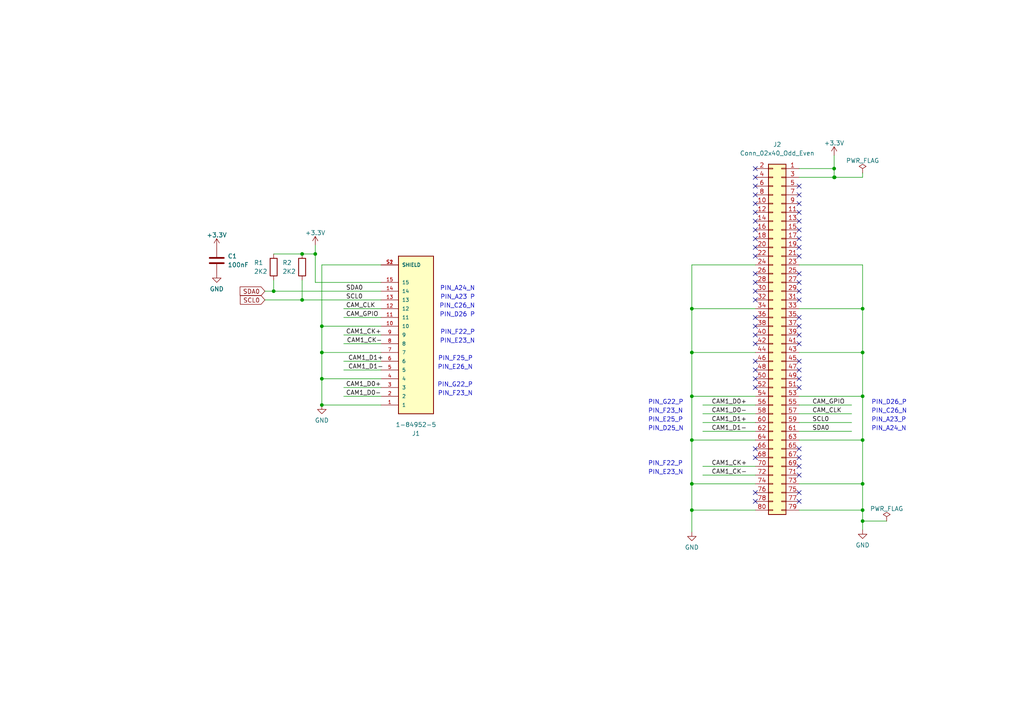
<source format=kicad_sch>
(kicad_sch (version 20211123) (generator eeschema)
  (paper "A4")
  (lib_symbols
    (symbol "Connector_Generic:Conn_02x40_Odd_Even" (pin_names (offset 1.016) hide)
      (property "Reference" "J" (at 1.27 50.8 0))
      (property "Value" "Conn_02x40_Odd_Even" (at 1.27 -53.34 0))
      (symbol "Conn_02x40_Odd_Even_1_1"
        (rectangle (start -1.27 -50.673) (end 0 -50.927) (stroke (width 0.1524)))
        (rectangle (start -1.27 -48.133) (end 0 -48.387) (stroke (width 0.1524)))
        (rectangle (start -1.27 -45.593) (end 0 -45.847) (stroke (width 0.1524)))
        (rectangle (start -1.27 -43.053) (end 0 -43.307) (stroke (width 0.1524)))
        (rectangle (start -1.27 -40.513) (end 0 -40.767) (stroke (width 0.1524)))
        (rectangle (start -1.27 -37.973) (end 0 -38.227) (stroke (width 0.1524)))
        (rectangle (start -1.27 -35.433) (end 0 -35.687) (stroke (width 0.1524)))
        (rectangle (start -1.27 -32.893) (end 0 -33.147) (stroke (width 0.1524)))
        (rectangle (start -1.27 -30.353) (end 0 -30.607) (stroke (width 0.1524)))
        (rectangle (start -1.27 -27.813) (end 0 -28.067) (stroke (width 0.1524)))
        (rectangle (start -1.27 -25.273) (end 0 -25.527) (stroke (width 0.1524)))
        (rectangle (start -1.27 -22.733) (end 0 -22.987) (stroke (width 0.1524)))
        (rectangle (start -1.27 -20.193) (end 0 -20.447) (stroke (width 0.1524)))
        (rectangle (start -1.27 -17.653) (end 0 -17.907) (stroke (width 0.1524)))
        (rectangle (start -1.27 -15.113) (end 0 -15.367) (stroke (width 0.1524)))
        (rectangle (start -1.27 -12.573) (end 0 -12.827) (stroke (width 0.1524)))
        (rectangle (start -1.27 -10.033) (end 0 -10.287) (stroke (width 0.1524)))
        (rectangle (start -1.27 -7.493) (end 0 -7.747) (stroke (width 0.1524)))
        (rectangle (start -1.27 -4.953) (end 0 -5.207) (stroke (width 0.1524)))
        (rectangle (start -1.27 -2.413) (end 0 -2.667) (stroke (width 0.1524)))
        (rectangle (start -1.27 0.127) (end 0 -0.127) (stroke (width 0.1524)))
        (rectangle (start -1.27 2.667) (end 0 2.413) (stroke (width 0.1524)))
        (rectangle (start -1.27 5.207) (end 0 4.953) (stroke (width 0.1524)))
        (rectangle (start -1.27 7.747) (end 0 7.493) (stroke (width 0.1524)))
        (rectangle (start -1.27 10.287) (end 0 10.033) (stroke (width 0.1524)))
        (rectangle (start -1.27 12.827) (end 0 12.573) (stroke (width 0.1524)))
        (rectangle (start -1.27 15.367) (end 0 15.113) (stroke (width 0.1524)))
        (rectangle (start -1.27 17.907) (end 0 17.653) (stroke (width 0.1524)))
        (rectangle (start -1.27 20.447) (end 0 20.193) (stroke (width 0.1524)))
        (rectangle (start -1.27 22.987) (end 0 22.733) (stroke (width 0.1524)))
        (rectangle (start -1.27 25.527) (end 0 25.273) (stroke (width 0.1524)))
        (rectangle (start -1.27 28.067) (end 0 27.813) (stroke (width 0.1524)))
        (rectangle (start -1.27 30.607) (end 0 30.353) (stroke (width 0.1524)))
        (rectangle (start -1.27 33.147) (end 0 32.893) (stroke (width 0.1524)))
        (rectangle (start -1.27 35.687) (end 0 35.433) (stroke (width 0.1524)))
        (rectangle (start -1.27 38.227) (end 0 37.973) (stroke (width 0.1524)))
        (rectangle (start -1.27 40.767) (end 0 40.513) (stroke (width 0.1524)))
        (rectangle (start -1.27 43.307) (end 0 43.053) (stroke (width 0.1524)))
        (rectangle (start -1.27 45.847) (end 0 45.593) (stroke (width 0.1524)))
        (rectangle (start -1.27 48.387) (end 0 48.133) (stroke (width 0.1524)))
        (rectangle (start -1.27 49.53) (end 3.81 -52.07) (stroke (width 0.254)) (fill (type background)))
        (rectangle (start 3.81 -50.673) (end 2.54 -50.927) (stroke (width 0.1524)))
        (rectangle (start 3.81 -48.133) (end 2.54 -48.387) (stroke (width 0.1524)))
        (rectangle (start 3.81 -45.593) (end 2.54 -45.847) (stroke (width 0.1524)))
        (rectangle (start 3.81 -43.053) (end 2.54 -43.307) (stroke (width 0.1524)))
        (rectangle (start 3.81 -40.513) (end 2.54 -40.767) (stroke (width 0.1524)))
        (rectangle (start 3.81 -37.973) (end 2.54 -38.227) (stroke (width 0.1524)))
        (rectangle (start 3.81 -35.433) (end 2.54 -35.687) (stroke (width 0.1524)))
        (rectangle (start 3.81 -32.893) (end 2.54 -33.147) (stroke (width 0.1524)))
        (rectangle (start 3.81 -30.353) (end 2.54 -30.607) (stroke (width 0.1524)))
        (rectangle (start 3.81 -27.813) (end 2.54 -28.067) (stroke (width 0.1524)))
        (rectangle (start 3.81 -25.273) (end 2.54 -25.527) (stroke (width 0.1524)))
        (rectangle (start 3.81 -22.733) (end 2.54 -22.987) (stroke (width 0.1524)))
        (rectangle (start 3.81 -20.193) (end 2.54 -20.447) (stroke (width 0.1524)))
        (rectangle (start 3.81 -17.653) (end 2.54 -17.907) (stroke (width 0.1524)))
        (rectangle (start 3.81 -15.113) (end 2.54 -15.367) (stroke (width 0.1524)))
        (rectangle (start 3.81 -12.573) (end 2.54 -12.827) (stroke (width 0.1524)))
        (rectangle (start 3.81 -10.033) (end 2.54 -10.287) (stroke (width 0.1524)))
        (rectangle (start 3.81 -7.493) (end 2.54 -7.747) (stroke (width 0.1524)))
        (rectangle (start 3.81 -4.953) (end 2.54 -5.207) (stroke (width 0.1524)))
        (rectangle (start 3.81 -2.413) (end 2.54 -2.667) (stroke (width 0.1524)))
        (rectangle (start 3.81 0.127) (end 2.54 -0.127) (stroke (width 0.1524)))
        (rectangle (start 3.81 2.667) (end 2.54 2.413) (stroke (width 0.1524)))
        (rectangle (start 3.81 5.207) (end 2.54 4.953) (stroke (width 0.1524)))
        (rectangle (start 3.81 7.747) (end 2.54 7.493) (stroke (width 0.1524)))
        (rectangle (start 3.81 10.287) (end 2.54 10.033) (stroke (width 0.1524)))
        (rectangle (start 3.81 12.827) (end 2.54 12.573) (stroke (width 0.1524)))
        (rectangle (start 3.81 15.367) (end 2.54 15.113) (stroke (width 0.1524)))
        (rectangle (start 3.81 17.907) (end 2.54 17.653) (stroke (width 0.1524)))
        (rectangle (start 3.81 20.447) (end 2.54 20.193) (stroke (width 0.1524)))
        (rectangle (start 3.81 22.987) (end 2.54 22.733) (stroke (width 0.1524)))
        (rectangle (start 3.81 25.527) (end 2.54 25.273) (stroke (width 0.1524)))
        (rectangle (start 3.81 28.067) (end 2.54 27.813) (stroke (width 0.1524)))
        (rectangle (start 3.81 30.607) (end 2.54 30.353) (stroke (width 0.1524)))
        (rectangle (start 3.81 33.147) (end 2.54 32.893) (stroke (width 0.1524)))
        (rectangle (start 3.81 35.687) (end 2.54 35.433) (stroke (width 0.1524)))
        (rectangle (start 3.81 38.227) (end 2.54 37.973) (stroke (width 0.1524)))
        (rectangle (start 3.81 40.767) (end 2.54 40.513) (stroke (width 0.1524)))
        (rectangle (start 3.81 43.307) (end 2.54 43.053) (stroke (width 0.1524)))
        (rectangle (start 3.81 45.847) (end 2.54 45.593) (stroke (width 0.1524)))
        (rectangle (start 3.81 48.387) (end 2.54 48.133) (stroke (width 0.1524)))
        (pin passive line (at -5.08 48.26 0) (length 3.81) (name "Pin_1") (number "1"))
        (pin passive line (at 7.62 38.1 180) (length 3.81) (name "Pin_10") (number "10"))
        (pin passive line (at -5.08 35.56 0) (length 3.81) (name "Pin_11") (number "11"))
        (pin passive line (at 7.62 35.56 180) (length 3.81) (name "Pin_12") (number "12"))
        (pin passive line (at -5.08 33.02 0) (length 3.81) (name "Pin_13") (number "13"))
        (pin passive line (at 7.62 33.02 180) (length 3.81) (name "Pin_14") (number "14"))
        (pin passive line (at -5.08 30.48 0) (length 3.81) (name "Pin_15") (number "15"))
        (pin passive line (at 7.62 30.48 180) (length 3.81) (name "Pin_16") (number "16"))
        (pin passive line (at -5.08 27.94 0) (length 3.81) (name "Pin_17") (number "17"))
        (pin passive line (at 7.62 27.94 180) (length 3.81) (name "Pin_18") (number "18"))
        (pin passive line (at -5.08 25.4 0) (length 3.81) (name "Pin_19") (number "19"))
        (pin passive line (at 7.62 48.26 180) (length 3.81) (name "Pin_2") (number "2"))
        (pin passive line (at 7.62 25.4 180) (length 3.81) (name "Pin_20") (number "20"))
        (pin passive line (at -5.08 22.86 0) (length 3.81) (name "Pin_21") (number "21"))
        (pin passive line (at 7.62 22.86 180) (length 3.81) (name "Pin_22") (number "22"))
        (pin passive line (at -5.08 20.32 0) (length 3.81) (name "Pin_23") (number "23"))
        (pin passive line (at 7.62 20.32 180) (length 3.81) (name "Pin_24") (number "24"))
        (pin passive line (at -5.08 17.78 0) (length 3.81) (name "Pin_25") (number "25"))
        (pin passive line (at 7.62 17.78 180) (length 3.81) (name "Pin_26") (number "26"))
        (pin passive line (at -5.08 15.24 0) (length 3.81) (name "Pin_27") (number "27"))
        (pin passive line (at 7.62 15.24 180) (length 3.81) (name "Pin_28") (number "28"))
        (pin passive line (at -5.08 12.7 0) (length 3.81) (name "Pin_29") (number "29"))
        (pin passive line (at -5.08 45.72 0) (length 3.81) (name "Pin_3") (number "3"))
        (pin passive line (at 7.62 12.7 180) (length 3.81) (name "Pin_30") (number "30"))
        (pin passive line (at -5.08 10.16 0) (length 3.81) (name "Pin_31") (number "31"))
        (pin passive line (at 7.62 10.16 180) (length 3.81) (name "Pin_32") (number "32"))
        (pin passive line (at -5.08 7.62 0) (length 3.81) (name "Pin_33") (number "33"))
        (pin passive line (at 7.62 7.62 180) (length 3.81) (name "Pin_34") (number "34"))
        (pin passive line (at -5.08 5.08 0) (length 3.81) (name "Pin_35") (number "35"))
        (pin passive line (at 7.62 5.08 180) (length 3.81) (name "Pin_36") (number "36"))
        (pin passive line (at -5.08 2.54 0) (length 3.81) (name "Pin_37") (number "37"))
        (pin passive line (at 7.62 2.54 180) (length 3.81) (name "Pin_38") (number "38"))
        (pin passive line (at -5.08 0 0) (length 3.81) (name "Pin_39") (number "39"))
        (pin passive line (at 7.62 45.72 180) (length 3.81) (name "Pin_4") (number "4"))
        (pin passive line (at 7.62 0 180) (length 3.81) (name "Pin_40") (number "40"))
        (pin passive line (at -5.08 -2.54 0) (length 3.81) (name "Pin_41") (number "41"))
        (pin passive line (at 7.62 -2.54 180) (length 3.81) (name "Pin_42") (number "42"))
        (pin passive line (at -5.08 -5.08 0) (length 3.81) (name "Pin_43") (number "43"))
        (pin passive line (at 7.62 -5.08 180) (length 3.81) (name "Pin_44") (number "44"))
        (pin passive line (at -5.08 -7.62 0) (length 3.81) (name "Pin_45") (number "45"))
        (pin passive line (at 7.62 -7.62 180) (length 3.81) (name "Pin_46") (number "46"))
        (pin passive line (at -5.08 -10.16 0) (length 3.81) (name "Pin_47") (number "47"))
        (pin passive line (at 7.62 -10.16 180) (length 3.81) (name "Pin_48") (number "48"))
        (pin passive line (at -5.08 -12.7 0) (length 3.81) (name "Pin_49") (number "49"))
        (pin passive line (at -5.08 43.18 0) (length 3.81) (name "Pin_5") (number "5"))
        (pin passive line (at 7.62 -12.7 180) (length 3.81) (name "Pin_50") (number "50"))
        (pin passive line (at -5.08 -15.24 0) (length 3.81) (name "Pin_51") (number "51"))
        (pin passive line (at 7.62 -15.24 180) (length 3.81) (name "Pin_52") (number "52"))
        (pin passive line (at -5.08 -17.78 0) (length 3.81) (name "Pin_53") (number "53"))
        (pin passive line (at 7.62 -17.78 180) (length 3.81) (name "Pin_54") (number "54"))
        (pin passive line (at -5.08 -20.32 0) (length 3.81) (name "Pin_55") (number "55"))
        (pin passive line (at 7.62 -20.32 180) (length 3.81) (name "Pin_56") (number "56"))
        (pin passive line (at -5.08 -22.86 0) (length 3.81) (name "Pin_57") (number "57"))
        (pin passive line (at 7.62 -22.86 180) (length 3.81) (name "Pin_58") (number "58"))
        (pin passive line (at -5.08 -25.4 0) (length 3.81) (name "Pin_59") (number "59"))
        (pin passive line (at 7.62 43.18 180) (length 3.81) (name "Pin_6") (number "6"))
        (pin passive line (at 7.62 -25.4 180) (length 3.81) (name "Pin_60") (number "60"))
        (pin passive line (at -5.08 -27.94 0) (length 3.81) (name "Pin_61") (number "61"))
        (pin passive line (at 7.62 -27.94 180) (length 3.81) (name "Pin_62") (number "62"))
        (pin passive line (at -5.08 -30.48 0) (length 3.81) (name "Pin_63") (number "63"))
        (pin passive line (at 7.62 -30.48 180) (length 3.81) (name "Pin_64") (number "64"))
        (pin passive line (at -5.08 -33.02 0) (length 3.81) (name "Pin_65") (number "65"))
        (pin passive line (at 7.62 -33.02 180) (length 3.81) (name "Pin_66") (number "66"))
        (pin passive line (at -5.08 -35.56 0) (length 3.81) (name "Pin_67") (number "67"))
        (pin passive line (at 7.62 -35.56 180) (length 3.81) (name "Pin_68") (number "68"))
        (pin passive line (at -5.08 -38.1 0) (length 3.81) (name "Pin_69") (number "69"))
        (pin passive line (at -5.08 40.64 0) (length 3.81) (name "Pin_7") (number "7"))
        (pin passive line (at 7.62 -38.1 180) (length 3.81) (name "Pin_70") (number "70"))
        (pin passive line (at -5.08 -40.64 0) (length 3.81) (name "Pin_71") (number "71"))
        (pin passive line (at 7.62 -40.64 180) (length 3.81) (name "Pin_72") (number "72"))
        (pin passive line (at -5.08 -43.18 0) (length 3.81) (name "Pin_73") (number "73"))
        (pin passive line (at 7.62 -43.18 180) (length 3.81) (name "Pin_74") (number "74"))
        (pin passive line (at -5.08 -45.72 0) (length 3.81) (name "Pin_75") (number "75"))
        (pin passive line (at 7.62 -45.72 180) (length 3.81) (name "Pin_76") (number "76"))
        (pin passive line (at -5.08 -48.26 0) (length 3.81) (name "Pin_77") (number "77"))
        (pin passive line (at 7.62 -48.26 180) (length 3.81) (name "Pin_78") (number "78"))
        (pin passive line (at -5.08 -50.8 0) (length 3.81) (name "Pin_79") (number "79"))
        (pin passive line (at 7.62 40.64 180) (length 3.81) (name "Pin_8") (number "8"))
        (pin passive line (at 7.62 -50.8 180) (length 3.81) (name "Pin_80") (number "80"))
        (pin passive line (at -5.08 38.1 0) (length 3.81) (name "Pin_9") (number "9"))
      )
    )
    (symbol "Device:C" (pin_numbers hide) (pin_names (offset 0.254))
      (property "Reference" "C" (at 0.635 2.54 0))
      (property "Value" "C" (at 0.635 -2.54 0))
      (symbol "C_0_1"
        (polyline (pts (xy -2.032 -0.762) (xy 2.032 -0.762)) (stroke (width 0.508)))
        (polyline (pts (xy -2.032 0.762) (xy 2.032 0.762)) (stroke (width 0.508)))
      )
      (symbol "C_1_1"
        (pin passive line (at 0 3.81 270) (length 2.794) (name "~") (number "1"))
        (pin passive line (at 0 -3.81 90) (length 2.794) (name "~") (number "2"))
      )
    )
    (symbol "Device:R" (pin_numbers hide) (pin_names (offset 0))
      (property "Reference" "R" (at 2.032 0 90))
      (property "Value" "R" (at 0 0 90))
      (symbol "R_0_1"
        (rectangle (start -1.016 -2.54) (end 1.016 2.54) (stroke (width 0.254)))
      )
      (symbol "R_1_1"
        (pin passive line (at 0 3.81 270) (length 1.27) (name "~") (number "1"))
        (pin passive line (at 0 -3.81 90) (length 1.27) (name "~") (number "2"))
      )
    )
    (symbol "cam-adapter:1-84952-5" (pin_names (offset 1.016))
      (property "Reference" "J" (at -5.08 24.13 0))
      (property "Value" "1-84952-5" (at -5.08 -25.4 0))
      (symbol "1-84952-5_0_0"
        (rectangle (start -5.08 -22.86) (end 5.08 22.86) (stroke (width 0.254)) (fill (type background)))
        (pin passive line (at -10.16 20.32 0) (length 5.08) (name "1") (number "1"))
        (pin passive line (at -10.16 -2.54 0) (length 5.08) (name "10") (number "10"))
        (pin passive line (at -10.16 -5.08 0) (length 5.08) (name "11") (number "11"))
        (pin passive line (at -10.16 -7.62 0) (length 5.08) (name "12") (number "12"))
        (pin passive line (at -10.16 -10.16 0) (length 5.08) (name "13") (number "13"))
        (pin passive line (at -10.16 -12.7 0) (length 5.08) (name "14") (number "14"))
        (pin passive line (at -10.16 -15.24 0) (length 5.08) (name "15") (number "15"))
        (pin passive line (at -10.16 17.78 0) (length 5.08) (name "2") (number "2"))
        (pin passive line (at -10.16 15.24 0) (length 5.08) (name "3") (number "3"))
        (pin passive line (at -10.16 12.7 0) (length 5.08) (name "4") (number "4"))
        (pin passive line (at -10.16 10.16 0) (length 5.08) (name "5") (number "5"))
        (pin passive line (at -10.16 7.62 0) (length 5.08) (name "6") (number "6"))
        (pin passive line (at -10.16 5.08 0) (length 5.08) (name "7") (number "7"))
        (pin passive line (at -10.16 2.54 0) (length 5.08) (name "8") (number "8"))
        (pin passive line (at -10.16 0 0) (length 5.08) (name "9") (number "9"))
        (pin passive line (at -10.16 -20.32 0) (length 5.08) (name "SHIELD") (number "S1"))
        (pin passive line (at -10.16 -20.32 0) (length 5.08) (name "SHIELD") (number "S2"))
      )
    )
    (symbol "power:+3.3V" (power) (pin_names (offset 0))
      (property "Value" "+3.3V" (at 0 3.556 0))
      (symbol "+3.3V_0_1"
        (polyline (pts (xy -0.762 1.27) (xy 0 2.54)))
        (polyline (pts (xy 0 0) (xy 0 2.54)))
        (polyline (pts (xy 0 2.54) (xy 0.762 1.27)))
      )
      (symbol "+3.3V_1_1"
        (pin power_in line (at 0 0 90) (length 0) hide (name "+3.3V") (number "1"))
      )
    )
    (symbol "power:GND" (power) (pin_names (offset 0))
      (property "Value" "GND" (at 0 -3.81 0))
      (symbol "GND_0_1"
        (polyline (pts (xy 0 0) (xy 0 -1.27) (xy 1.27 -1.27) (xy 0 -2.54) (xy -1.27 -1.27) (xy 0 -1.27)))
      )
      (symbol "GND_1_1"
        (pin power_in line (at 0 0 270) (length 0) hide (name "GND") (number "1"))
      )
    )
    (symbol "power:PWR_FLAG" (power) (pin_numbers hide) (pin_names (offset 0) hide)
      (property "Value" "PWR_FLAG" (at 0 3.81 0))
      (symbol "PWR_FLAG_0_0"
        (pin power_out line (at 0 0 90) (length 0) (name "pwr") (number "1"))
      )
      (symbol "PWR_FLAG_0_1"
        (polyline (pts (xy 0 0) (xy 0 1.27) (xy -1.016 1.905) (xy 0 2.54) (xy 1.016 1.905) (xy 0 1.27)))
      )
    )
  )
  (junction (at 79.375 84.455))
  (junction (at 93.345 109.855))
  (junction (at 241.935 48.895))
  (junction (at 250.19 127.635))
  (junction (at 250.19 147.955))
  (junction (at 250.19 89.535))
  (junction (at 87.63 73.66))
  (junction (at 200.66 127.635))
  (junction (at 93.345 102.235))
  (junction (at 250.19 151.13))
  (junction (at 200.66 147.955))
  (junction (at 250.19 114.935))
  (junction (at 250.19 140.335))
  (junction (at 242.062 51.435))
  (junction (at 200.66 114.935))
  (junction (at 200.66 89.535))
  (junction (at 91.44 73.66))
  (junction (at 200.66 102.235))
  (junction (at 241.935 51.435))
  (junction (at 93.345 117.475))
  (junction (at 250.19 102.235))
  (junction (at 93.345 94.615))
  (junction (at 87.63 86.995))
  (junction (at 200.66 140.335))
  (no_connect (at 219.075 79.375))
  (no_connect (at 219.075 81.915))
  (no_connect (at 219.075 84.455))
  (no_connect (at 219.075 142.875))
  (no_connect (at 219.075 145.415))
  (no_connect (at 231.775 64.135))
  (no_connect (at 231.775 66.675))
  (no_connect (at 231.775 74.295))
  (no_connect (at 231.775 71.755))
  (no_connect (at 231.775 69.215))
  (no_connect (at 231.775 132.715))
  (no_connect (at 231.775 142.875))
  (no_connect (at 231.775 145.415))
  (no_connect (at 231.775 137.795))
  (no_connect (at 219.075 59.055))
  (no_connect (at 219.075 51.435))
  (no_connect (at 219.075 48.895))
  (no_connect (at 219.075 61.595))
  (no_connect (at 219.075 53.975))
  (no_connect (at 219.075 56.515))
  (no_connect (at 219.075 66.675))
  (no_connect (at 219.075 64.135))
  (no_connect (at 231.775 130.175))
  (no_connect (at 219.075 132.715))
  (no_connect (at 219.075 130.175))
  (no_connect (at 219.075 112.395))
  (no_connect (at 219.075 109.855))
  (no_connect (at 219.075 107.315))
  (no_connect (at 219.075 104.775))
  (no_connect (at 219.075 92.075))
  (no_connect (at 219.075 94.615))
  (no_connect (at 219.075 97.155))
  (no_connect (at 219.075 99.695))
  (no_connect (at 231.775 79.375))
  (no_connect (at 231.775 81.915))
  (no_connect (at 231.775 104.775))
  (no_connect (at 231.775 107.315))
  (no_connect (at 231.775 109.855))
  (no_connect (at 231.775 112.395))
  (no_connect (at 231.775 84.455))
  (no_connect (at 231.775 86.995))
  (no_connect (at 219.075 86.995))
  (no_connect (at 231.775 99.695))
  (no_connect (at 231.775 97.155))
  (no_connect (at 231.775 92.075))
  (no_connect (at 231.775 94.615))
  (no_connect (at 219.075 71.755))
  (no_connect (at 219.075 69.215))
  (no_connect (at 231.775 135.255))
  (no_connect (at 231.775 61.595))
  (no_connect (at 231.775 53.975))
  (no_connect (at 231.775 59.055))
  (no_connect (at 231.775 56.515))
  (no_connect (at 219.075 74.295))
  (wire (pts (xy 250.19 89.535) (xy 250.19 102.235)))
  (wire (pts (xy 250.19 50.165) (xy 250.19 51.435)))
  (wire (pts (xy 250.19 151.13) (xy 257.175 151.13)))
  (wire (pts (xy 93.345 76.835) (xy 93.345 94.615)))
  (wire (pts (xy 99.695 104.775) (xy 110.49 104.775)))
  (wire (pts (xy 231.775 114.935) (xy 250.19 114.935)))
  (wire (pts (xy 250.19 147.955) (xy 250.19 151.13)))
  (wire (pts (xy 231.775 51.435) (xy 241.935 51.435)))
  (wire (pts (xy 110.49 112.395) (xy 99.695 112.395)))
  (wire (pts (xy 93.345 102.235) (xy 93.345 94.615)))
  (wire (pts (xy 76.835 86.995) (xy 87.63 86.995)))
  (wire (pts (xy 99.695 97.155) (xy 110.49 97.155)))
  (wire (pts (xy 93.345 109.855) (xy 93.345 102.235)))
  (wire (pts (xy 79.375 81.28) (xy 79.375 84.455)))
  (wire (pts (xy 231.775 48.895) (xy 241.935 48.895)))
  (wire (pts (xy 231.775 147.955) (xy 250.19 147.955)))
  (wire (pts (xy 231.775 140.335) (xy 250.19 140.335)))
  (wire (pts (xy 250.19 140.335) (xy 250.19 147.955)))
  (wire (pts (xy 79.375 73.66) (xy 87.63 73.66)))
  (wire (pts (xy 91.44 73.66) (xy 91.44 71.12)))
  (wire (pts (xy 203.835 122.555) (xy 219.075 122.555)))
  (wire (pts (xy 203.835 125.095) (xy 219.075 125.095)))
  (wire (pts (xy 200.66 140.335) (xy 219.075 140.335)))
  (wire (pts (xy 200.66 114.935) (xy 200.66 127.635)))
  (wire (pts (xy 203.835 137.795) (xy 219.075 137.795)))
  (wire (pts (xy 250.19 114.935) (xy 250.19 127.635)))
  (wire (pts (xy 110.49 117.475) (xy 93.345 117.475)))
  (wire (pts (xy 200.66 114.935) (xy 219.075 114.935)))
  (wire (pts (xy 110.49 76.835) (xy 93.345 76.835)))
  (wire (pts (xy 241.935 45.085) (xy 241.935 48.895)))
  (wire (pts (xy 200.66 102.235) (xy 200.66 114.935)))
  (wire (pts (xy 110.49 114.935) (xy 99.695 114.935)))
  (wire (pts (xy 203.835 120.015) (xy 219.075 120.015)))
  (wire (pts (xy 91.44 81.915) (xy 91.44 73.66)))
  (wire (pts (xy 87.63 81.28) (xy 87.63 86.995)))
  (wire (pts (xy 250.19 102.235) (xy 250.19 114.935)))
  (wire (pts (xy 110.49 109.855) (xy 93.345 109.855)))
  (wire (pts (xy 200.66 147.955) (xy 200.66 154.305)))
  (wire (pts (xy 200.66 76.835) (xy 200.66 89.535)))
  (wire (pts (xy 231.775 76.835) (xy 250.19 76.835)))
  (wire (pts (xy 250.19 151.13) (xy 250.19 153.67)))
  (wire (pts (xy 231.775 122.555) (xy 247.015 122.555)))
  (wire (pts (xy 200.66 140.335) (xy 200.66 147.955)))
  (wire (pts (xy 250.19 127.635) (xy 250.19 140.335)))
  (wire (pts (xy 200.66 147.955) (xy 219.075 147.955)))
  (wire (pts (xy 110.49 102.235) (xy 93.345 102.235)))
  (wire (pts (xy 110.49 92.075) (xy 99.695 92.075)))
  (wire (pts (xy 87.63 86.995) (xy 110.49 86.995)))
  (wire (pts (xy 241.935 51.435) (xy 242.062 51.435)))
  (wire (pts (xy 110.49 94.615) (xy 93.345 94.615)))
  (wire (pts (xy 93.345 117.475) (xy 93.345 109.855)))
  (wire (pts (xy 200.66 127.635) (xy 219.075 127.635)))
  (wire (pts (xy 200.66 102.235) (xy 219.075 102.235)))
  (wire (pts (xy 231.775 120.015) (xy 247.015 120.015)))
  (wire (pts (xy 76.835 84.455) (xy 79.375 84.455)))
  (wire (pts (xy 203.835 135.255) (xy 219.075 135.255)))
  (wire (pts (xy 203.835 117.475) (xy 219.075 117.475)))
  (wire (pts (xy 200.66 89.535) (xy 200.66 102.235)))
  (wire (pts (xy 231.775 89.535) (xy 250.19 89.535)))
  (wire (pts (xy 110.49 89.535) (xy 99.695 89.535)))
  (wire (pts (xy 99.695 99.695) (xy 110.49 99.695)))
  (wire (pts (xy 110.49 81.915) (xy 91.44 81.915)))
  (wire (pts (xy 200.66 76.835) (xy 219.075 76.835)))
  (wire (pts (xy 87.63 73.66) (xy 91.44 73.66)))
  (wire (pts (xy 200.66 127.635) (xy 200.66 140.335)))
  (wire (pts (xy 242.062 51.435) (xy 250.19 51.435)))
  (wire (pts (xy 200.66 89.535) (xy 219.075 89.535)))
  (wire (pts (xy 231.775 117.475) (xy 247.015 117.475)))
  (wire (pts (xy 231.775 127.635) (xy 250.19 127.635)))
  (wire (pts (xy 79.375 84.455) (xy 110.49 84.455)))
  (wire (pts (xy 99.695 107.315) (xy 110.49 107.315)))
  (wire (pts (xy 241.935 48.895) (xy 241.935 51.435)))
  (wire (pts (xy 250.19 76.835) (xy 250.19 89.535)))
  (wire (pts (xy 231.775 125.095) (xy 247.015 125.095)))
  (wire (pts (xy 231.775 102.235) (xy 250.19 102.235)))
  (text "PIN_G22_P" (at 187.96 117.475 0) (effects (font (size 1.27 1.27)) (justify left bottom)))
  (text "PIN_E23_N" (at 137.795 99.695 180) (effects (font (size 1.27 1.27)) (justify right bottom)))
  (text "PIN_F22_P" (at 137.795 97.155 180) (effects (font (size 1.27 1.27)) (justify right bottom)))
  (text "PIN_D25_N" (at 187.96 125.095 0) (effects (font (size 1.27 1.27)) (justify left bottom)))
  (text "PIN_E26_N" (at 137.16 107.315 180) (effects (font (size 1.27 1.27)) (justify right bottom)))
  (text "PIN_F25_P" (at 137.16 104.775 180) (effects (font (size 1.27 1.27)) (justify right bottom)))
  (text "PIN_E25_P" (at 187.96 122.555 0) (effects (font (size 1.27 1.27)) (justify left bottom)))
  (text "PIN_D26 P" (at 137.795 92.075 180) (effects (font (size 1.27 1.27)) (justify right bottom)))
  (text "PIN_F23_N" (at 187.96 120.015 0) (effects (font (size 1.27 1.27)) (justify left bottom)))
  (text "PIN_E23_N" (at 187.96 137.795 0) (effects (font (size 1.27 1.27)) (justify left bottom)))
  (text "PIN_C26_N" (at 137.795 89.535 180) (effects (font (size 1.27 1.27)) (justify right bottom)))
  (text "PIN_A24_N" (at 137.795 84.455 180) (effects (font (size 1.27 1.27)) (justify right bottom)))
  (text "PIN_F23_N" (at 137.16 114.935 180) (effects (font (size 1.27 1.27)) (justify right bottom)))
  (text "PIN_A24_N" (at 252.73 125.095 0) (effects (font (size 1.27 1.27)) (justify left bottom)))
  (text "PIN_A23 P" (at 137.795 86.995 180) (effects (font (size 1.27 1.27)) (justify right bottom)))
  (text "PIN_D26_P" (at 252.73 117.475 0) (effects (font (size 1.27 1.27)) (justify left bottom)))
  (text "PIN_F22_P" (at 187.96 135.255 0) (effects (font (size 1.27 1.27)) (justify left bottom)))
  (text "PIN_G22_P" (at 137.16 112.395 180) (effects (font (size 1.27 1.27)) (justify right bottom)))
  (text "PIN_A23_P" (at 252.73 122.555 0) (effects (font (size 1.27 1.27)) (justify left bottom)))
  (text "PIN_C26_N" (at 252.73 120.015 0) (effects (font (size 1.27 1.27)) (justify left bottom)))
  (label "CAM1_D0+" (at 206.375 117.475 0))
  (label "SDA0" (at 100.33 84.455 0))
  (label "CAM1_D0-" (at 206.375 120.015 0))
  (label "CAM1_CK+" (at 206.375 135.255 0))
  (label "CAM1_D1-" (at 100.965 107.315 0))
  (label "CAM_GPIO" (at 100.33 92.075 0))
  (label "CAM1_D1-" (at 206.375 125.095 0))
  (label "SDA0" (at 235.585 125.095 0))
  (label "SCL0" (at 100.33 86.995 0))
  (label "CAM_CLK" (at 235.585 120.015 0))
  (label "CAM1_CK-" (at 100.5551 99.695 0))
  (label "CAM1_D1+" (at 100.965 104.775 0))
  (label "CAM_GPIO" (at 235.585 117.475 0))
  (label "CAM1_CK+" (at 100.33 97.155 0))
  (label "CAM_CLK" (at 100.33 89.535 0))
  (label "SCL0" (at 235.585 122.555 0))
  (label "CAM1_D1+" (at 206.375 122.555 0))
  (label "CAM1_D0-" (at 100.33 114.935 0))
  (label "CAM1_D0+" (at 100.33 112.395 0))
  (label "CAM1_CK-" (at 206.375 137.795 0))
  (global_label "SDA0" (shape input) (at 76.835 84.455 180) (property "Intersheet References" "${INTERSHEET_REFS}" (effects hide)))
  (global_label "SCL0" (shape input) (at 76.835 86.995 180) (property "Intersheet References" "${INTERSHEET_REFS}" (effects hide)))
  (symbol (lib_id "power:GND") (at 93.345 117.475 0) (unit 1)
    (property "Reference" "#PWR06" (effects hide))
    (property "Value" "GND" (at 93.345 121.9184 0))
  )
  (symbol (lib_id "power:GND") (at 200.66 154.305 0) (unit 1)
    (property "Reference" "#PWR02" (effects hide))
    (property "Value" "GND" (at 200.66 158.7484 0))
  )
  (symbol (lib_id "power:+3.3V") (at 241.935 45.085 0) (unit 1)
    (property "Reference" "#PWR03" (effects hide))
    (property "Value" "+3.3V" (at 241.935 41.5092 0))
  )
  (symbol (lib_id "power:GND") (at 62.865 79.375 0) (unit 1)
    (property "Reference" "#PWR07" (effects hide))
    (property "Value" "GND" (at 62.865 83.8184 0))
  )
  (symbol (lib_id "Device:R") (at 79.375 77.47 0) (unit 1)
    (property "Reference" "R1" (at 73.66 76.2 0) (effects (justify left)))
    (property "Value" "2K2" (at 73.66 78.74 0) (effects (justify left)))
    (property "Footprint" "Resistor_SMD:R_0402_1005Metric_Pad0.72x0.64mm_HandSolder" (effects hide))
  )
  (symbol (lib_id "power:PWR_FLAG") (at 250.19 50.165 0) (unit 1)
    (property "Reference" "#FLG0101" (effects hide))
    (property "Value" "PWR_FLAG" (at 250.19 46.5892 0))
  )
  (symbol (lib_id "Connector_Generic:Conn_02x40_Odd_Even") (at 226.695 97.155 0) (mirror y) (unit 1)
    (property "Reference" "J2" (at 225.425 41.91 0))
    (property "Value" "Conn_02x40_Odd_Even" (at 225.425 44.45 0))
    (property "Footprint" "fpga-adapter:TE_5-5179180-3" (effects hide))
  )
  (symbol (lib_id "Device:R") (at 87.63 77.47 0) (unit 1)
    (property "Reference" "R2" (at 81.915 76.2 0) (effects (justify left)))
    (property "Value" "2K2" (at 81.915 78.74 0) (effects (justify left)))
    (property "Footprint" "Resistor_SMD:R_0402_1005Metric_Pad0.72x0.64mm_HandSolder" (effects hide))
  )
  (symbol (lib_id "power:GND") (at 250.19 153.67 0) (unit 1)
    (property "Reference" "#PWR04" (effects hide))
    (property "Value" "GND" (at 250.19 158.1134 0))
  )
  (symbol (lib_id "Device:C") (at 62.865 75.565 0) (unit 1)
    (property "Reference" "C1" (at 66.04 74.2949 0) (effects (justify left)))
    (property "Value" "100nF" (at 66.04 76.8349 0) (effects (justify left)))
    (property "Footprint" "Capacitor_SMD:C_0402_1005Metric_Pad0.74x0.62mm_HandSolder" (effects hide))
  )
  (symbol (lib_id "power:+3.3V") (at 91.44 71.12 0) (mirror y) (unit 1)
    (property "Reference" "#PWR05" (effects hide))
    (property "Value" "+3.3V" (at 91.44 67.5442 0))
  )
  (symbol (lib_id "power:PWR_FLAG") (at 257.175 151.13 0) (unit 1)
    (property "Reference" "#FLG01" (effects hide))
    (property "Value" "PWR_FLAG" (at 257.175 147.5542 0))
  )
  (symbol (lib_id "cam-adapter:1-84952-5") (at 120.65 97.155 0) (mirror x) (unit 1)
    (property "Reference" "J1" (at 120.65 125.73 0))
    (property "Value" "1-84952-5" (at 120.65 123.19 0))
    (property "Footprint" "fpga-adapter:TE_1-84952-5" (effects hide))
    (property "Comment" "1-84952-5" (effects hide))
  )
  (symbol (lib_id "power:+3.3V") (at 62.865 71.755 0) (mirror y) (unit 1)
    (property "Reference" "#PWR01" (effects hide))
    (property "Value" "+3.3V" (at 62.865 68.1792 0))
  )
)
</source>
